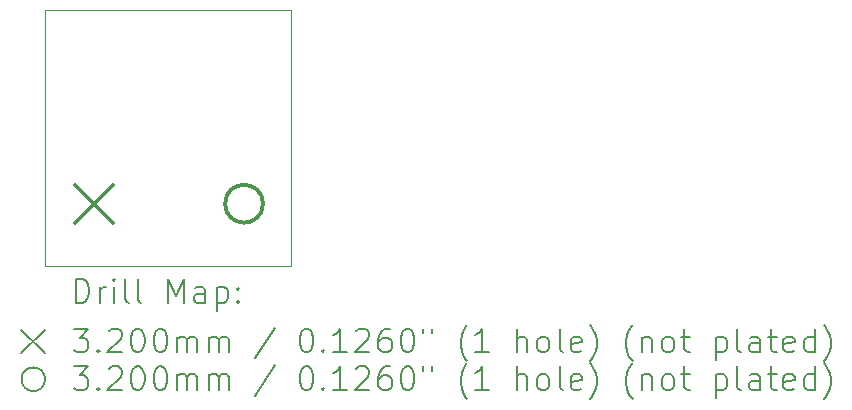
<source format=gbr>
%TF.GenerationSoftware,KiCad,Pcbnew,7.0.5*%
%TF.CreationDate,2023-06-28T23:38:22-05:00*%
%TF.ProjectId,RJ45GoButton,524a3435-476f-4427-9574-746f6e2e6b69,rev?*%
%TF.SameCoordinates,Original*%
%TF.FileFunction,Drillmap*%
%TF.FilePolarity,Positive*%
%FSLAX45Y45*%
G04 Gerber Fmt 4.5, Leading zero omitted, Abs format (unit mm)*
G04 Created by KiCad (PCBNEW 7.0.5) date 2023-06-28 23:38:22*
%MOMM*%
%LPD*%
G01*
G04 APERTURE LIST*
%ADD10C,0.050000*%
%ADD11C,0.200000*%
%ADD12C,0.320000*%
G04 APERTURE END LIST*
D10*
X16119000Y-9253000D02*
X16120000Y-11416000D01*
X14041000Y-11416000D02*
X14041000Y-9253000D01*
X16120000Y-11416000D02*
X14041000Y-11416000D01*
X14041000Y-9253000D02*
X16119000Y-9253000D01*
D11*
D12*
X14292908Y-10732282D02*
X14612908Y-11052282D01*
X14612908Y-10732282D02*
X14292908Y-11052282D01*
X15882908Y-10892282D02*
G75*
G03*
X15882908Y-10892282I-160000J0D01*
G01*
D11*
X14299277Y-11729984D02*
X14299277Y-11529984D01*
X14299277Y-11529984D02*
X14346896Y-11529984D01*
X14346896Y-11529984D02*
X14375467Y-11539508D01*
X14375467Y-11539508D02*
X14394515Y-11558555D01*
X14394515Y-11558555D02*
X14404039Y-11577603D01*
X14404039Y-11577603D02*
X14413562Y-11615698D01*
X14413562Y-11615698D02*
X14413562Y-11644269D01*
X14413562Y-11644269D02*
X14404039Y-11682365D01*
X14404039Y-11682365D02*
X14394515Y-11701412D01*
X14394515Y-11701412D02*
X14375467Y-11720460D01*
X14375467Y-11720460D02*
X14346896Y-11729984D01*
X14346896Y-11729984D02*
X14299277Y-11729984D01*
X14499277Y-11729984D02*
X14499277Y-11596650D01*
X14499277Y-11634746D02*
X14508801Y-11615698D01*
X14508801Y-11615698D02*
X14518324Y-11606174D01*
X14518324Y-11606174D02*
X14537372Y-11596650D01*
X14537372Y-11596650D02*
X14556420Y-11596650D01*
X14623086Y-11729984D02*
X14623086Y-11596650D01*
X14623086Y-11529984D02*
X14613562Y-11539508D01*
X14613562Y-11539508D02*
X14623086Y-11549031D01*
X14623086Y-11549031D02*
X14632610Y-11539508D01*
X14632610Y-11539508D02*
X14623086Y-11529984D01*
X14623086Y-11529984D02*
X14623086Y-11549031D01*
X14746896Y-11729984D02*
X14727848Y-11720460D01*
X14727848Y-11720460D02*
X14718324Y-11701412D01*
X14718324Y-11701412D02*
X14718324Y-11529984D01*
X14851658Y-11729984D02*
X14832610Y-11720460D01*
X14832610Y-11720460D02*
X14823086Y-11701412D01*
X14823086Y-11701412D02*
X14823086Y-11529984D01*
X15080229Y-11729984D02*
X15080229Y-11529984D01*
X15080229Y-11529984D02*
X15146896Y-11672841D01*
X15146896Y-11672841D02*
X15213562Y-11529984D01*
X15213562Y-11529984D02*
X15213562Y-11729984D01*
X15394515Y-11729984D02*
X15394515Y-11625222D01*
X15394515Y-11625222D02*
X15384991Y-11606174D01*
X15384991Y-11606174D02*
X15365943Y-11596650D01*
X15365943Y-11596650D02*
X15327848Y-11596650D01*
X15327848Y-11596650D02*
X15308801Y-11606174D01*
X15394515Y-11720460D02*
X15375467Y-11729984D01*
X15375467Y-11729984D02*
X15327848Y-11729984D01*
X15327848Y-11729984D02*
X15308801Y-11720460D01*
X15308801Y-11720460D02*
X15299277Y-11701412D01*
X15299277Y-11701412D02*
X15299277Y-11682365D01*
X15299277Y-11682365D02*
X15308801Y-11663317D01*
X15308801Y-11663317D02*
X15327848Y-11653793D01*
X15327848Y-11653793D02*
X15375467Y-11653793D01*
X15375467Y-11653793D02*
X15394515Y-11644269D01*
X15489753Y-11596650D02*
X15489753Y-11796650D01*
X15489753Y-11606174D02*
X15508801Y-11596650D01*
X15508801Y-11596650D02*
X15546896Y-11596650D01*
X15546896Y-11596650D02*
X15565943Y-11606174D01*
X15565943Y-11606174D02*
X15575467Y-11615698D01*
X15575467Y-11615698D02*
X15584991Y-11634746D01*
X15584991Y-11634746D02*
X15584991Y-11691888D01*
X15584991Y-11691888D02*
X15575467Y-11710936D01*
X15575467Y-11710936D02*
X15565943Y-11720460D01*
X15565943Y-11720460D02*
X15546896Y-11729984D01*
X15546896Y-11729984D02*
X15508801Y-11729984D01*
X15508801Y-11729984D02*
X15489753Y-11720460D01*
X15670705Y-11710936D02*
X15680229Y-11720460D01*
X15680229Y-11720460D02*
X15670705Y-11729984D01*
X15670705Y-11729984D02*
X15661182Y-11720460D01*
X15661182Y-11720460D02*
X15670705Y-11710936D01*
X15670705Y-11710936D02*
X15670705Y-11729984D01*
X15670705Y-11606174D02*
X15680229Y-11615698D01*
X15680229Y-11615698D02*
X15670705Y-11625222D01*
X15670705Y-11625222D02*
X15661182Y-11615698D01*
X15661182Y-11615698D02*
X15670705Y-11606174D01*
X15670705Y-11606174D02*
X15670705Y-11625222D01*
X13838500Y-11958500D02*
X14038500Y-12158500D01*
X14038500Y-11958500D02*
X13838500Y-12158500D01*
X14280229Y-11949984D02*
X14404039Y-11949984D01*
X14404039Y-11949984D02*
X14337372Y-12026174D01*
X14337372Y-12026174D02*
X14365943Y-12026174D01*
X14365943Y-12026174D02*
X14384991Y-12035698D01*
X14384991Y-12035698D02*
X14394515Y-12045222D01*
X14394515Y-12045222D02*
X14404039Y-12064269D01*
X14404039Y-12064269D02*
X14404039Y-12111888D01*
X14404039Y-12111888D02*
X14394515Y-12130936D01*
X14394515Y-12130936D02*
X14384991Y-12140460D01*
X14384991Y-12140460D02*
X14365943Y-12149984D01*
X14365943Y-12149984D02*
X14308801Y-12149984D01*
X14308801Y-12149984D02*
X14289753Y-12140460D01*
X14289753Y-12140460D02*
X14280229Y-12130936D01*
X14489753Y-12130936D02*
X14499277Y-12140460D01*
X14499277Y-12140460D02*
X14489753Y-12149984D01*
X14489753Y-12149984D02*
X14480229Y-12140460D01*
X14480229Y-12140460D02*
X14489753Y-12130936D01*
X14489753Y-12130936D02*
X14489753Y-12149984D01*
X14575467Y-11969031D02*
X14584991Y-11959508D01*
X14584991Y-11959508D02*
X14604039Y-11949984D01*
X14604039Y-11949984D02*
X14651658Y-11949984D01*
X14651658Y-11949984D02*
X14670705Y-11959508D01*
X14670705Y-11959508D02*
X14680229Y-11969031D01*
X14680229Y-11969031D02*
X14689753Y-11988079D01*
X14689753Y-11988079D02*
X14689753Y-12007127D01*
X14689753Y-12007127D02*
X14680229Y-12035698D01*
X14680229Y-12035698D02*
X14565943Y-12149984D01*
X14565943Y-12149984D02*
X14689753Y-12149984D01*
X14813562Y-11949984D02*
X14832610Y-11949984D01*
X14832610Y-11949984D02*
X14851658Y-11959508D01*
X14851658Y-11959508D02*
X14861182Y-11969031D01*
X14861182Y-11969031D02*
X14870705Y-11988079D01*
X14870705Y-11988079D02*
X14880229Y-12026174D01*
X14880229Y-12026174D02*
X14880229Y-12073793D01*
X14880229Y-12073793D02*
X14870705Y-12111888D01*
X14870705Y-12111888D02*
X14861182Y-12130936D01*
X14861182Y-12130936D02*
X14851658Y-12140460D01*
X14851658Y-12140460D02*
X14832610Y-12149984D01*
X14832610Y-12149984D02*
X14813562Y-12149984D01*
X14813562Y-12149984D02*
X14794515Y-12140460D01*
X14794515Y-12140460D02*
X14784991Y-12130936D01*
X14784991Y-12130936D02*
X14775467Y-12111888D01*
X14775467Y-12111888D02*
X14765943Y-12073793D01*
X14765943Y-12073793D02*
X14765943Y-12026174D01*
X14765943Y-12026174D02*
X14775467Y-11988079D01*
X14775467Y-11988079D02*
X14784991Y-11969031D01*
X14784991Y-11969031D02*
X14794515Y-11959508D01*
X14794515Y-11959508D02*
X14813562Y-11949984D01*
X15004039Y-11949984D02*
X15023086Y-11949984D01*
X15023086Y-11949984D02*
X15042134Y-11959508D01*
X15042134Y-11959508D02*
X15051658Y-11969031D01*
X15051658Y-11969031D02*
X15061182Y-11988079D01*
X15061182Y-11988079D02*
X15070705Y-12026174D01*
X15070705Y-12026174D02*
X15070705Y-12073793D01*
X15070705Y-12073793D02*
X15061182Y-12111888D01*
X15061182Y-12111888D02*
X15051658Y-12130936D01*
X15051658Y-12130936D02*
X15042134Y-12140460D01*
X15042134Y-12140460D02*
X15023086Y-12149984D01*
X15023086Y-12149984D02*
X15004039Y-12149984D01*
X15004039Y-12149984D02*
X14984991Y-12140460D01*
X14984991Y-12140460D02*
X14975467Y-12130936D01*
X14975467Y-12130936D02*
X14965943Y-12111888D01*
X14965943Y-12111888D02*
X14956420Y-12073793D01*
X14956420Y-12073793D02*
X14956420Y-12026174D01*
X14956420Y-12026174D02*
X14965943Y-11988079D01*
X14965943Y-11988079D02*
X14975467Y-11969031D01*
X14975467Y-11969031D02*
X14984991Y-11959508D01*
X14984991Y-11959508D02*
X15004039Y-11949984D01*
X15156420Y-12149984D02*
X15156420Y-12016650D01*
X15156420Y-12035698D02*
X15165943Y-12026174D01*
X15165943Y-12026174D02*
X15184991Y-12016650D01*
X15184991Y-12016650D02*
X15213563Y-12016650D01*
X15213563Y-12016650D02*
X15232610Y-12026174D01*
X15232610Y-12026174D02*
X15242134Y-12045222D01*
X15242134Y-12045222D02*
X15242134Y-12149984D01*
X15242134Y-12045222D02*
X15251658Y-12026174D01*
X15251658Y-12026174D02*
X15270705Y-12016650D01*
X15270705Y-12016650D02*
X15299277Y-12016650D01*
X15299277Y-12016650D02*
X15318324Y-12026174D01*
X15318324Y-12026174D02*
X15327848Y-12045222D01*
X15327848Y-12045222D02*
X15327848Y-12149984D01*
X15423086Y-12149984D02*
X15423086Y-12016650D01*
X15423086Y-12035698D02*
X15432610Y-12026174D01*
X15432610Y-12026174D02*
X15451658Y-12016650D01*
X15451658Y-12016650D02*
X15480229Y-12016650D01*
X15480229Y-12016650D02*
X15499277Y-12026174D01*
X15499277Y-12026174D02*
X15508801Y-12045222D01*
X15508801Y-12045222D02*
X15508801Y-12149984D01*
X15508801Y-12045222D02*
X15518324Y-12026174D01*
X15518324Y-12026174D02*
X15537372Y-12016650D01*
X15537372Y-12016650D02*
X15565943Y-12016650D01*
X15565943Y-12016650D02*
X15584991Y-12026174D01*
X15584991Y-12026174D02*
X15594515Y-12045222D01*
X15594515Y-12045222D02*
X15594515Y-12149984D01*
X15984991Y-11940460D02*
X15813563Y-12197603D01*
X16242134Y-11949984D02*
X16261182Y-11949984D01*
X16261182Y-11949984D02*
X16280229Y-11959508D01*
X16280229Y-11959508D02*
X16289753Y-11969031D01*
X16289753Y-11969031D02*
X16299277Y-11988079D01*
X16299277Y-11988079D02*
X16308801Y-12026174D01*
X16308801Y-12026174D02*
X16308801Y-12073793D01*
X16308801Y-12073793D02*
X16299277Y-12111888D01*
X16299277Y-12111888D02*
X16289753Y-12130936D01*
X16289753Y-12130936D02*
X16280229Y-12140460D01*
X16280229Y-12140460D02*
X16261182Y-12149984D01*
X16261182Y-12149984D02*
X16242134Y-12149984D01*
X16242134Y-12149984D02*
X16223086Y-12140460D01*
X16223086Y-12140460D02*
X16213563Y-12130936D01*
X16213563Y-12130936D02*
X16204039Y-12111888D01*
X16204039Y-12111888D02*
X16194515Y-12073793D01*
X16194515Y-12073793D02*
X16194515Y-12026174D01*
X16194515Y-12026174D02*
X16204039Y-11988079D01*
X16204039Y-11988079D02*
X16213563Y-11969031D01*
X16213563Y-11969031D02*
X16223086Y-11959508D01*
X16223086Y-11959508D02*
X16242134Y-11949984D01*
X16394515Y-12130936D02*
X16404039Y-12140460D01*
X16404039Y-12140460D02*
X16394515Y-12149984D01*
X16394515Y-12149984D02*
X16384991Y-12140460D01*
X16384991Y-12140460D02*
X16394515Y-12130936D01*
X16394515Y-12130936D02*
X16394515Y-12149984D01*
X16594515Y-12149984D02*
X16480229Y-12149984D01*
X16537372Y-12149984D02*
X16537372Y-11949984D01*
X16537372Y-11949984D02*
X16518325Y-11978555D01*
X16518325Y-11978555D02*
X16499277Y-11997603D01*
X16499277Y-11997603D02*
X16480229Y-12007127D01*
X16670706Y-11969031D02*
X16680229Y-11959508D01*
X16680229Y-11959508D02*
X16699277Y-11949984D01*
X16699277Y-11949984D02*
X16746896Y-11949984D01*
X16746896Y-11949984D02*
X16765944Y-11959508D01*
X16765944Y-11959508D02*
X16775467Y-11969031D01*
X16775467Y-11969031D02*
X16784991Y-11988079D01*
X16784991Y-11988079D02*
X16784991Y-12007127D01*
X16784991Y-12007127D02*
X16775467Y-12035698D01*
X16775467Y-12035698D02*
X16661182Y-12149984D01*
X16661182Y-12149984D02*
X16784991Y-12149984D01*
X16956420Y-11949984D02*
X16918325Y-11949984D01*
X16918325Y-11949984D02*
X16899277Y-11959508D01*
X16899277Y-11959508D02*
X16889753Y-11969031D01*
X16889753Y-11969031D02*
X16870706Y-11997603D01*
X16870706Y-11997603D02*
X16861182Y-12035698D01*
X16861182Y-12035698D02*
X16861182Y-12111888D01*
X16861182Y-12111888D02*
X16870706Y-12130936D01*
X16870706Y-12130936D02*
X16880229Y-12140460D01*
X16880229Y-12140460D02*
X16899277Y-12149984D01*
X16899277Y-12149984D02*
X16937372Y-12149984D01*
X16937372Y-12149984D02*
X16956420Y-12140460D01*
X16956420Y-12140460D02*
X16965944Y-12130936D01*
X16965944Y-12130936D02*
X16975468Y-12111888D01*
X16975468Y-12111888D02*
X16975468Y-12064269D01*
X16975468Y-12064269D02*
X16965944Y-12045222D01*
X16965944Y-12045222D02*
X16956420Y-12035698D01*
X16956420Y-12035698D02*
X16937372Y-12026174D01*
X16937372Y-12026174D02*
X16899277Y-12026174D01*
X16899277Y-12026174D02*
X16880229Y-12035698D01*
X16880229Y-12035698D02*
X16870706Y-12045222D01*
X16870706Y-12045222D02*
X16861182Y-12064269D01*
X17099277Y-11949984D02*
X17118325Y-11949984D01*
X17118325Y-11949984D02*
X17137372Y-11959508D01*
X17137372Y-11959508D02*
X17146896Y-11969031D01*
X17146896Y-11969031D02*
X17156420Y-11988079D01*
X17156420Y-11988079D02*
X17165944Y-12026174D01*
X17165944Y-12026174D02*
X17165944Y-12073793D01*
X17165944Y-12073793D02*
X17156420Y-12111888D01*
X17156420Y-12111888D02*
X17146896Y-12130936D01*
X17146896Y-12130936D02*
X17137372Y-12140460D01*
X17137372Y-12140460D02*
X17118325Y-12149984D01*
X17118325Y-12149984D02*
X17099277Y-12149984D01*
X17099277Y-12149984D02*
X17080229Y-12140460D01*
X17080229Y-12140460D02*
X17070706Y-12130936D01*
X17070706Y-12130936D02*
X17061182Y-12111888D01*
X17061182Y-12111888D02*
X17051658Y-12073793D01*
X17051658Y-12073793D02*
X17051658Y-12026174D01*
X17051658Y-12026174D02*
X17061182Y-11988079D01*
X17061182Y-11988079D02*
X17070706Y-11969031D01*
X17070706Y-11969031D02*
X17080229Y-11959508D01*
X17080229Y-11959508D02*
X17099277Y-11949984D01*
X17242134Y-11949984D02*
X17242134Y-11988079D01*
X17318325Y-11949984D02*
X17318325Y-11988079D01*
X17613563Y-12226174D02*
X17604039Y-12216650D01*
X17604039Y-12216650D02*
X17584991Y-12188079D01*
X17584991Y-12188079D02*
X17575468Y-12169031D01*
X17575468Y-12169031D02*
X17565944Y-12140460D01*
X17565944Y-12140460D02*
X17556420Y-12092841D01*
X17556420Y-12092841D02*
X17556420Y-12054746D01*
X17556420Y-12054746D02*
X17565944Y-12007127D01*
X17565944Y-12007127D02*
X17575468Y-11978555D01*
X17575468Y-11978555D02*
X17584991Y-11959508D01*
X17584991Y-11959508D02*
X17604039Y-11930936D01*
X17604039Y-11930936D02*
X17613563Y-11921412D01*
X17794515Y-12149984D02*
X17680230Y-12149984D01*
X17737372Y-12149984D02*
X17737372Y-11949984D01*
X17737372Y-11949984D02*
X17718325Y-11978555D01*
X17718325Y-11978555D02*
X17699277Y-11997603D01*
X17699277Y-11997603D02*
X17680230Y-12007127D01*
X18032611Y-12149984D02*
X18032611Y-11949984D01*
X18118325Y-12149984D02*
X18118325Y-12045222D01*
X18118325Y-12045222D02*
X18108801Y-12026174D01*
X18108801Y-12026174D02*
X18089753Y-12016650D01*
X18089753Y-12016650D02*
X18061182Y-12016650D01*
X18061182Y-12016650D02*
X18042134Y-12026174D01*
X18042134Y-12026174D02*
X18032611Y-12035698D01*
X18242134Y-12149984D02*
X18223087Y-12140460D01*
X18223087Y-12140460D02*
X18213563Y-12130936D01*
X18213563Y-12130936D02*
X18204039Y-12111888D01*
X18204039Y-12111888D02*
X18204039Y-12054746D01*
X18204039Y-12054746D02*
X18213563Y-12035698D01*
X18213563Y-12035698D02*
X18223087Y-12026174D01*
X18223087Y-12026174D02*
X18242134Y-12016650D01*
X18242134Y-12016650D02*
X18270706Y-12016650D01*
X18270706Y-12016650D02*
X18289753Y-12026174D01*
X18289753Y-12026174D02*
X18299277Y-12035698D01*
X18299277Y-12035698D02*
X18308801Y-12054746D01*
X18308801Y-12054746D02*
X18308801Y-12111888D01*
X18308801Y-12111888D02*
X18299277Y-12130936D01*
X18299277Y-12130936D02*
X18289753Y-12140460D01*
X18289753Y-12140460D02*
X18270706Y-12149984D01*
X18270706Y-12149984D02*
X18242134Y-12149984D01*
X18423087Y-12149984D02*
X18404039Y-12140460D01*
X18404039Y-12140460D02*
X18394515Y-12121412D01*
X18394515Y-12121412D02*
X18394515Y-11949984D01*
X18575468Y-12140460D02*
X18556420Y-12149984D01*
X18556420Y-12149984D02*
X18518325Y-12149984D01*
X18518325Y-12149984D02*
X18499277Y-12140460D01*
X18499277Y-12140460D02*
X18489753Y-12121412D01*
X18489753Y-12121412D02*
X18489753Y-12045222D01*
X18489753Y-12045222D02*
X18499277Y-12026174D01*
X18499277Y-12026174D02*
X18518325Y-12016650D01*
X18518325Y-12016650D02*
X18556420Y-12016650D01*
X18556420Y-12016650D02*
X18575468Y-12026174D01*
X18575468Y-12026174D02*
X18584992Y-12045222D01*
X18584992Y-12045222D02*
X18584992Y-12064269D01*
X18584992Y-12064269D02*
X18489753Y-12083317D01*
X18651658Y-12226174D02*
X18661182Y-12216650D01*
X18661182Y-12216650D02*
X18680230Y-12188079D01*
X18680230Y-12188079D02*
X18689753Y-12169031D01*
X18689753Y-12169031D02*
X18699277Y-12140460D01*
X18699277Y-12140460D02*
X18708801Y-12092841D01*
X18708801Y-12092841D02*
X18708801Y-12054746D01*
X18708801Y-12054746D02*
X18699277Y-12007127D01*
X18699277Y-12007127D02*
X18689753Y-11978555D01*
X18689753Y-11978555D02*
X18680230Y-11959508D01*
X18680230Y-11959508D02*
X18661182Y-11930936D01*
X18661182Y-11930936D02*
X18651658Y-11921412D01*
X19013563Y-12226174D02*
X19004039Y-12216650D01*
X19004039Y-12216650D02*
X18984992Y-12188079D01*
X18984992Y-12188079D02*
X18975468Y-12169031D01*
X18975468Y-12169031D02*
X18965944Y-12140460D01*
X18965944Y-12140460D02*
X18956420Y-12092841D01*
X18956420Y-12092841D02*
X18956420Y-12054746D01*
X18956420Y-12054746D02*
X18965944Y-12007127D01*
X18965944Y-12007127D02*
X18975468Y-11978555D01*
X18975468Y-11978555D02*
X18984992Y-11959508D01*
X18984992Y-11959508D02*
X19004039Y-11930936D01*
X19004039Y-11930936D02*
X19013563Y-11921412D01*
X19089753Y-12016650D02*
X19089753Y-12149984D01*
X19089753Y-12035698D02*
X19099277Y-12026174D01*
X19099277Y-12026174D02*
X19118325Y-12016650D01*
X19118325Y-12016650D02*
X19146896Y-12016650D01*
X19146896Y-12016650D02*
X19165944Y-12026174D01*
X19165944Y-12026174D02*
X19175468Y-12045222D01*
X19175468Y-12045222D02*
X19175468Y-12149984D01*
X19299277Y-12149984D02*
X19280230Y-12140460D01*
X19280230Y-12140460D02*
X19270706Y-12130936D01*
X19270706Y-12130936D02*
X19261182Y-12111888D01*
X19261182Y-12111888D02*
X19261182Y-12054746D01*
X19261182Y-12054746D02*
X19270706Y-12035698D01*
X19270706Y-12035698D02*
X19280230Y-12026174D01*
X19280230Y-12026174D02*
X19299277Y-12016650D01*
X19299277Y-12016650D02*
X19327849Y-12016650D01*
X19327849Y-12016650D02*
X19346896Y-12026174D01*
X19346896Y-12026174D02*
X19356420Y-12035698D01*
X19356420Y-12035698D02*
X19365944Y-12054746D01*
X19365944Y-12054746D02*
X19365944Y-12111888D01*
X19365944Y-12111888D02*
X19356420Y-12130936D01*
X19356420Y-12130936D02*
X19346896Y-12140460D01*
X19346896Y-12140460D02*
X19327849Y-12149984D01*
X19327849Y-12149984D02*
X19299277Y-12149984D01*
X19423087Y-12016650D02*
X19499277Y-12016650D01*
X19451658Y-11949984D02*
X19451658Y-12121412D01*
X19451658Y-12121412D02*
X19461182Y-12140460D01*
X19461182Y-12140460D02*
X19480230Y-12149984D01*
X19480230Y-12149984D02*
X19499277Y-12149984D01*
X19718325Y-12016650D02*
X19718325Y-12216650D01*
X19718325Y-12026174D02*
X19737373Y-12016650D01*
X19737373Y-12016650D02*
X19775468Y-12016650D01*
X19775468Y-12016650D02*
X19794515Y-12026174D01*
X19794515Y-12026174D02*
X19804039Y-12035698D01*
X19804039Y-12035698D02*
X19813563Y-12054746D01*
X19813563Y-12054746D02*
X19813563Y-12111888D01*
X19813563Y-12111888D02*
X19804039Y-12130936D01*
X19804039Y-12130936D02*
X19794515Y-12140460D01*
X19794515Y-12140460D02*
X19775468Y-12149984D01*
X19775468Y-12149984D02*
X19737373Y-12149984D01*
X19737373Y-12149984D02*
X19718325Y-12140460D01*
X19927849Y-12149984D02*
X19908801Y-12140460D01*
X19908801Y-12140460D02*
X19899277Y-12121412D01*
X19899277Y-12121412D02*
X19899277Y-11949984D01*
X20089754Y-12149984D02*
X20089754Y-12045222D01*
X20089754Y-12045222D02*
X20080230Y-12026174D01*
X20080230Y-12026174D02*
X20061182Y-12016650D01*
X20061182Y-12016650D02*
X20023087Y-12016650D01*
X20023087Y-12016650D02*
X20004039Y-12026174D01*
X20089754Y-12140460D02*
X20070706Y-12149984D01*
X20070706Y-12149984D02*
X20023087Y-12149984D01*
X20023087Y-12149984D02*
X20004039Y-12140460D01*
X20004039Y-12140460D02*
X19994515Y-12121412D01*
X19994515Y-12121412D02*
X19994515Y-12102365D01*
X19994515Y-12102365D02*
X20004039Y-12083317D01*
X20004039Y-12083317D02*
X20023087Y-12073793D01*
X20023087Y-12073793D02*
X20070706Y-12073793D01*
X20070706Y-12073793D02*
X20089754Y-12064269D01*
X20156420Y-12016650D02*
X20232611Y-12016650D01*
X20184992Y-11949984D02*
X20184992Y-12121412D01*
X20184992Y-12121412D02*
X20194515Y-12140460D01*
X20194515Y-12140460D02*
X20213563Y-12149984D01*
X20213563Y-12149984D02*
X20232611Y-12149984D01*
X20375468Y-12140460D02*
X20356420Y-12149984D01*
X20356420Y-12149984D02*
X20318325Y-12149984D01*
X20318325Y-12149984D02*
X20299277Y-12140460D01*
X20299277Y-12140460D02*
X20289754Y-12121412D01*
X20289754Y-12121412D02*
X20289754Y-12045222D01*
X20289754Y-12045222D02*
X20299277Y-12026174D01*
X20299277Y-12026174D02*
X20318325Y-12016650D01*
X20318325Y-12016650D02*
X20356420Y-12016650D01*
X20356420Y-12016650D02*
X20375468Y-12026174D01*
X20375468Y-12026174D02*
X20384992Y-12045222D01*
X20384992Y-12045222D02*
X20384992Y-12064269D01*
X20384992Y-12064269D02*
X20289754Y-12083317D01*
X20556420Y-12149984D02*
X20556420Y-11949984D01*
X20556420Y-12140460D02*
X20537373Y-12149984D01*
X20537373Y-12149984D02*
X20499277Y-12149984D01*
X20499277Y-12149984D02*
X20480230Y-12140460D01*
X20480230Y-12140460D02*
X20470706Y-12130936D01*
X20470706Y-12130936D02*
X20461182Y-12111888D01*
X20461182Y-12111888D02*
X20461182Y-12054746D01*
X20461182Y-12054746D02*
X20470706Y-12035698D01*
X20470706Y-12035698D02*
X20480230Y-12026174D01*
X20480230Y-12026174D02*
X20499277Y-12016650D01*
X20499277Y-12016650D02*
X20537373Y-12016650D01*
X20537373Y-12016650D02*
X20556420Y-12026174D01*
X20632611Y-12226174D02*
X20642135Y-12216650D01*
X20642135Y-12216650D02*
X20661182Y-12188079D01*
X20661182Y-12188079D02*
X20670706Y-12169031D01*
X20670706Y-12169031D02*
X20680230Y-12140460D01*
X20680230Y-12140460D02*
X20689754Y-12092841D01*
X20689754Y-12092841D02*
X20689754Y-12054746D01*
X20689754Y-12054746D02*
X20680230Y-12007127D01*
X20680230Y-12007127D02*
X20670706Y-11978555D01*
X20670706Y-11978555D02*
X20661182Y-11959508D01*
X20661182Y-11959508D02*
X20642135Y-11930936D01*
X20642135Y-11930936D02*
X20632611Y-11921412D01*
X14038500Y-12378500D02*
G75*
G03*
X14038500Y-12378500I-100000J0D01*
G01*
X14280229Y-12269984D02*
X14404039Y-12269984D01*
X14404039Y-12269984D02*
X14337372Y-12346174D01*
X14337372Y-12346174D02*
X14365943Y-12346174D01*
X14365943Y-12346174D02*
X14384991Y-12355698D01*
X14384991Y-12355698D02*
X14394515Y-12365222D01*
X14394515Y-12365222D02*
X14404039Y-12384269D01*
X14404039Y-12384269D02*
X14404039Y-12431888D01*
X14404039Y-12431888D02*
X14394515Y-12450936D01*
X14394515Y-12450936D02*
X14384991Y-12460460D01*
X14384991Y-12460460D02*
X14365943Y-12469984D01*
X14365943Y-12469984D02*
X14308801Y-12469984D01*
X14308801Y-12469984D02*
X14289753Y-12460460D01*
X14289753Y-12460460D02*
X14280229Y-12450936D01*
X14489753Y-12450936D02*
X14499277Y-12460460D01*
X14499277Y-12460460D02*
X14489753Y-12469984D01*
X14489753Y-12469984D02*
X14480229Y-12460460D01*
X14480229Y-12460460D02*
X14489753Y-12450936D01*
X14489753Y-12450936D02*
X14489753Y-12469984D01*
X14575467Y-12289031D02*
X14584991Y-12279508D01*
X14584991Y-12279508D02*
X14604039Y-12269984D01*
X14604039Y-12269984D02*
X14651658Y-12269984D01*
X14651658Y-12269984D02*
X14670705Y-12279508D01*
X14670705Y-12279508D02*
X14680229Y-12289031D01*
X14680229Y-12289031D02*
X14689753Y-12308079D01*
X14689753Y-12308079D02*
X14689753Y-12327127D01*
X14689753Y-12327127D02*
X14680229Y-12355698D01*
X14680229Y-12355698D02*
X14565943Y-12469984D01*
X14565943Y-12469984D02*
X14689753Y-12469984D01*
X14813562Y-12269984D02*
X14832610Y-12269984D01*
X14832610Y-12269984D02*
X14851658Y-12279508D01*
X14851658Y-12279508D02*
X14861182Y-12289031D01*
X14861182Y-12289031D02*
X14870705Y-12308079D01*
X14870705Y-12308079D02*
X14880229Y-12346174D01*
X14880229Y-12346174D02*
X14880229Y-12393793D01*
X14880229Y-12393793D02*
X14870705Y-12431888D01*
X14870705Y-12431888D02*
X14861182Y-12450936D01*
X14861182Y-12450936D02*
X14851658Y-12460460D01*
X14851658Y-12460460D02*
X14832610Y-12469984D01*
X14832610Y-12469984D02*
X14813562Y-12469984D01*
X14813562Y-12469984D02*
X14794515Y-12460460D01*
X14794515Y-12460460D02*
X14784991Y-12450936D01*
X14784991Y-12450936D02*
X14775467Y-12431888D01*
X14775467Y-12431888D02*
X14765943Y-12393793D01*
X14765943Y-12393793D02*
X14765943Y-12346174D01*
X14765943Y-12346174D02*
X14775467Y-12308079D01*
X14775467Y-12308079D02*
X14784991Y-12289031D01*
X14784991Y-12289031D02*
X14794515Y-12279508D01*
X14794515Y-12279508D02*
X14813562Y-12269984D01*
X15004039Y-12269984D02*
X15023086Y-12269984D01*
X15023086Y-12269984D02*
X15042134Y-12279508D01*
X15042134Y-12279508D02*
X15051658Y-12289031D01*
X15051658Y-12289031D02*
X15061182Y-12308079D01*
X15061182Y-12308079D02*
X15070705Y-12346174D01*
X15070705Y-12346174D02*
X15070705Y-12393793D01*
X15070705Y-12393793D02*
X15061182Y-12431888D01*
X15061182Y-12431888D02*
X15051658Y-12450936D01*
X15051658Y-12450936D02*
X15042134Y-12460460D01*
X15042134Y-12460460D02*
X15023086Y-12469984D01*
X15023086Y-12469984D02*
X15004039Y-12469984D01*
X15004039Y-12469984D02*
X14984991Y-12460460D01*
X14984991Y-12460460D02*
X14975467Y-12450936D01*
X14975467Y-12450936D02*
X14965943Y-12431888D01*
X14965943Y-12431888D02*
X14956420Y-12393793D01*
X14956420Y-12393793D02*
X14956420Y-12346174D01*
X14956420Y-12346174D02*
X14965943Y-12308079D01*
X14965943Y-12308079D02*
X14975467Y-12289031D01*
X14975467Y-12289031D02*
X14984991Y-12279508D01*
X14984991Y-12279508D02*
X15004039Y-12269984D01*
X15156420Y-12469984D02*
X15156420Y-12336650D01*
X15156420Y-12355698D02*
X15165943Y-12346174D01*
X15165943Y-12346174D02*
X15184991Y-12336650D01*
X15184991Y-12336650D02*
X15213563Y-12336650D01*
X15213563Y-12336650D02*
X15232610Y-12346174D01*
X15232610Y-12346174D02*
X15242134Y-12365222D01*
X15242134Y-12365222D02*
X15242134Y-12469984D01*
X15242134Y-12365222D02*
X15251658Y-12346174D01*
X15251658Y-12346174D02*
X15270705Y-12336650D01*
X15270705Y-12336650D02*
X15299277Y-12336650D01*
X15299277Y-12336650D02*
X15318324Y-12346174D01*
X15318324Y-12346174D02*
X15327848Y-12365222D01*
X15327848Y-12365222D02*
X15327848Y-12469984D01*
X15423086Y-12469984D02*
X15423086Y-12336650D01*
X15423086Y-12355698D02*
X15432610Y-12346174D01*
X15432610Y-12346174D02*
X15451658Y-12336650D01*
X15451658Y-12336650D02*
X15480229Y-12336650D01*
X15480229Y-12336650D02*
X15499277Y-12346174D01*
X15499277Y-12346174D02*
X15508801Y-12365222D01*
X15508801Y-12365222D02*
X15508801Y-12469984D01*
X15508801Y-12365222D02*
X15518324Y-12346174D01*
X15518324Y-12346174D02*
X15537372Y-12336650D01*
X15537372Y-12336650D02*
X15565943Y-12336650D01*
X15565943Y-12336650D02*
X15584991Y-12346174D01*
X15584991Y-12346174D02*
X15594515Y-12365222D01*
X15594515Y-12365222D02*
X15594515Y-12469984D01*
X15984991Y-12260460D02*
X15813563Y-12517603D01*
X16242134Y-12269984D02*
X16261182Y-12269984D01*
X16261182Y-12269984D02*
X16280229Y-12279508D01*
X16280229Y-12279508D02*
X16289753Y-12289031D01*
X16289753Y-12289031D02*
X16299277Y-12308079D01*
X16299277Y-12308079D02*
X16308801Y-12346174D01*
X16308801Y-12346174D02*
X16308801Y-12393793D01*
X16308801Y-12393793D02*
X16299277Y-12431888D01*
X16299277Y-12431888D02*
X16289753Y-12450936D01*
X16289753Y-12450936D02*
X16280229Y-12460460D01*
X16280229Y-12460460D02*
X16261182Y-12469984D01*
X16261182Y-12469984D02*
X16242134Y-12469984D01*
X16242134Y-12469984D02*
X16223086Y-12460460D01*
X16223086Y-12460460D02*
X16213563Y-12450936D01*
X16213563Y-12450936D02*
X16204039Y-12431888D01*
X16204039Y-12431888D02*
X16194515Y-12393793D01*
X16194515Y-12393793D02*
X16194515Y-12346174D01*
X16194515Y-12346174D02*
X16204039Y-12308079D01*
X16204039Y-12308079D02*
X16213563Y-12289031D01*
X16213563Y-12289031D02*
X16223086Y-12279508D01*
X16223086Y-12279508D02*
X16242134Y-12269984D01*
X16394515Y-12450936D02*
X16404039Y-12460460D01*
X16404039Y-12460460D02*
X16394515Y-12469984D01*
X16394515Y-12469984D02*
X16384991Y-12460460D01*
X16384991Y-12460460D02*
X16394515Y-12450936D01*
X16394515Y-12450936D02*
X16394515Y-12469984D01*
X16594515Y-12469984D02*
X16480229Y-12469984D01*
X16537372Y-12469984D02*
X16537372Y-12269984D01*
X16537372Y-12269984D02*
X16518325Y-12298555D01*
X16518325Y-12298555D02*
X16499277Y-12317603D01*
X16499277Y-12317603D02*
X16480229Y-12327127D01*
X16670706Y-12289031D02*
X16680229Y-12279508D01*
X16680229Y-12279508D02*
X16699277Y-12269984D01*
X16699277Y-12269984D02*
X16746896Y-12269984D01*
X16746896Y-12269984D02*
X16765944Y-12279508D01*
X16765944Y-12279508D02*
X16775467Y-12289031D01*
X16775467Y-12289031D02*
X16784991Y-12308079D01*
X16784991Y-12308079D02*
X16784991Y-12327127D01*
X16784991Y-12327127D02*
X16775467Y-12355698D01*
X16775467Y-12355698D02*
X16661182Y-12469984D01*
X16661182Y-12469984D02*
X16784991Y-12469984D01*
X16956420Y-12269984D02*
X16918325Y-12269984D01*
X16918325Y-12269984D02*
X16899277Y-12279508D01*
X16899277Y-12279508D02*
X16889753Y-12289031D01*
X16889753Y-12289031D02*
X16870706Y-12317603D01*
X16870706Y-12317603D02*
X16861182Y-12355698D01*
X16861182Y-12355698D02*
X16861182Y-12431888D01*
X16861182Y-12431888D02*
X16870706Y-12450936D01*
X16870706Y-12450936D02*
X16880229Y-12460460D01*
X16880229Y-12460460D02*
X16899277Y-12469984D01*
X16899277Y-12469984D02*
X16937372Y-12469984D01*
X16937372Y-12469984D02*
X16956420Y-12460460D01*
X16956420Y-12460460D02*
X16965944Y-12450936D01*
X16965944Y-12450936D02*
X16975468Y-12431888D01*
X16975468Y-12431888D02*
X16975468Y-12384269D01*
X16975468Y-12384269D02*
X16965944Y-12365222D01*
X16965944Y-12365222D02*
X16956420Y-12355698D01*
X16956420Y-12355698D02*
X16937372Y-12346174D01*
X16937372Y-12346174D02*
X16899277Y-12346174D01*
X16899277Y-12346174D02*
X16880229Y-12355698D01*
X16880229Y-12355698D02*
X16870706Y-12365222D01*
X16870706Y-12365222D02*
X16861182Y-12384269D01*
X17099277Y-12269984D02*
X17118325Y-12269984D01*
X17118325Y-12269984D02*
X17137372Y-12279508D01*
X17137372Y-12279508D02*
X17146896Y-12289031D01*
X17146896Y-12289031D02*
X17156420Y-12308079D01*
X17156420Y-12308079D02*
X17165944Y-12346174D01*
X17165944Y-12346174D02*
X17165944Y-12393793D01*
X17165944Y-12393793D02*
X17156420Y-12431888D01*
X17156420Y-12431888D02*
X17146896Y-12450936D01*
X17146896Y-12450936D02*
X17137372Y-12460460D01*
X17137372Y-12460460D02*
X17118325Y-12469984D01*
X17118325Y-12469984D02*
X17099277Y-12469984D01*
X17099277Y-12469984D02*
X17080229Y-12460460D01*
X17080229Y-12460460D02*
X17070706Y-12450936D01*
X17070706Y-12450936D02*
X17061182Y-12431888D01*
X17061182Y-12431888D02*
X17051658Y-12393793D01*
X17051658Y-12393793D02*
X17051658Y-12346174D01*
X17051658Y-12346174D02*
X17061182Y-12308079D01*
X17061182Y-12308079D02*
X17070706Y-12289031D01*
X17070706Y-12289031D02*
X17080229Y-12279508D01*
X17080229Y-12279508D02*
X17099277Y-12269984D01*
X17242134Y-12269984D02*
X17242134Y-12308079D01*
X17318325Y-12269984D02*
X17318325Y-12308079D01*
X17613563Y-12546174D02*
X17604039Y-12536650D01*
X17604039Y-12536650D02*
X17584991Y-12508079D01*
X17584991Y-12508079D02*
X17575468Y-12489031D01*
X17575468Y-12489031D02*
X17565944Y-12460460D01*
X17565944Y-12460460D02*
X17556420Y-12412841D01*
X17556420Y-12412841D02*
X17556420Y-12374746D01*
X17556420Y-12374746D02*
X17565944Y-12327127D01*
X17565944Y-12327127D02*
X17575468Y-12298555D01*
X17575468Y-12298555D02*
X17584991Y-12279508D01*
X17584991Y-12279508D02*
X17604039Y-12250936D01*
X17604039Y-12250936D02*
X17613563Y-12241412D01*
X17794515Y-12469984D02*
X17680230Y-12469984D01*
X17737372Y-12469984D02*
X17737372Y-12269984D01*
X17737372Y-12269984D02*
X17718325Y-12298555D01*
X17718325Y-12298555D02*
X17699277Y-12317603D01*
X17699277Y-12317603D02*
X17680230Y-12327127D01*
X18032611Y-12469984D02*
X18032611Y-12269984D01*
X18118325Y-12469984D02*
X18118325Y-12365222D01*
X18118325Y-12365222D02*
X18108801Y-12346174D01*
X18108801Y-12346174D02*
X18089753Y-12336650D01*
X18089753Y-12336650D02*
X18061182Y-12336650D01*
X18061182Y-12336650D02*
X18042134Y-12346174D01*
X18042134Y-12346174D02*
X18032611Y-12355698D01*
X18242134Y-12469984D02*
X18223087Y-12460460D01*
X18223087Y-12460460D02*
X18213563Y-12450936D01*
X18213563Y-12450936D02*
X18204039Y-12431888D01*
X18204039Y-12431888D02*
X18204039Y-12374746D01*
X18204039Y-12374746D02*
X18213563Y-12355698D01*
X18213563Y-12355698D02*
X18223087Y-12346174D01*
X18223087Y-12346174D02*
X18242134Y-12336650D01*
X18242134Y-12336650D02*
X18270706Y-12336650D01*
X18270706Y-12336650D02*
X18289753Y-12346174D01*
X18289753Y-12346174D02*
X18299277Y-12355698D01*
X18299277Y-12355698D02*
X18308801Y-12374746D01*
X18308801Y-12374746D02*
X18308801Y-12431888D01*
X18308801Y-12431888D02*
X18299277Y-12450936D01*
X18299277Y-12450936D02*
X18289753Y-12460460D01*
X18289753Y-12460460D02*
X18270706Y-12469984D01*
X18270706Y-12469984D02*
X18242134Y-12469984D01*
X18423087Y-12469984D02*
X18404039Y-12460460D01*
X18404039Y-12460460D02*
X18394515Y-12441412D01*
X18394515Y-12441412D02*
X18394515Y-12269984D01*
X18575468Y-12460460D02*
X18556420Y-12469984D01*
X18556420Y-12469984D02*
X18518325Y-12469984D01*
X18518325Y-12469984D02*
X18499277Y-12460460D01*
X18499277Y-12460460D02*
X18489753Y-12441412D01*
X18489753Y-12441412D02*
X18489753Y-12365222D01*
X18489753Y-12365222D02*
X18499277Y-12346174D01*
X18499277Y-12346174D02*
X18518325Y-12336650D01*
X18518325Y-12336650D02*
X18556420Y-12336650D01*
X18556420Y-12336650D02*
X18575468Y-12346174D01*
X18575468Y-12346174D02*
X18584992Y-12365222D01*
X18584992Y-12365222D02*
X18584992Y-12384269D01*
X18584992Y-12384269D02*
X18489753Y-12403317D01*
X18651658Y-12546174D02*
X18661182Y-12536650D01*
X18661182Y-12536650D02*
X18680230Y-12508079D01*
X18680230Y-12508079D02*
X18689753Y-12489031D01*
X18689753Y-12489031D02*
X18699277Y-12460460D01*
X18699277Y-12460460D02*
X18708801Y-12412841D01*
X18708801Y-12412841D02*
X18708801Y-12374746D01*
X18708801Y-12374746D02*
X18699277Y-12327127D01*
X18699277Y-12327127D02*
X18689753Y-12298555D01*
X18689753Y-12298555D02*
X18680230Y-12279508D01*
X18680230Y-12279508D02*
X18661182Y-12250936D01*
X18661182Y-12250936D02*
X18651658Y-12241412D01*
X19013563Y-12546174D02*
X19004039Y-12536650D01*
X19004039Y-12536650D02*
X18984992Y-12508079D01*
X18984992Y-12508079D02*
X18975468Y-12489031D01*
X18975468Y-12489031D02*
X18965944Y-12460460D01*
X18965944Y-12460460D02*
X18956420Y-12412841D01*
X18956420Y-12412841D02*
X18956420Y-12374746D01*
X18956420Y-12374746D02*
X18965944Y-12327127D01*
X18965944Y-12327127D02*
X18975468Y-12298555D01*
X18975468Y-12298555D02*
X18984992Y-12279508D01*
X18984992Y-12279508D02*
X19004039Y-12250936D01*
X19004039Y-12250936D02*
X19013563Y-12241412D01*
X19089753Y-12336650D02*
X19089753Y-12469984D01*
X19089753Y-12355698D02*
X19099277Y-12346174D01*
X19099277Y-12346174D02*
X19118325Y-12336650D01*
X19118325Y-12336650D02*
X19146896Y-12336650D01*
X19146896Y-12336650D02*
X19165944Y-12346174D01*
X19165944Y-12346174D02*
X19175468Y-12365222D01*
X19175468Y-12365222D02*
X19175468Y-12469984D01*
X19299277Y-12469984D02*
X19280230Y-12460460D01*
X19280230Y-12460460D02*
X19270706Y-12450936D01*
X19270706Y-12450936D02*
X19261182Y-12431888D01*
X19261182Y-12431888D02*
X19261182Y-12374746D01*
X19261182Y-12374746D02*
X19270706Y-12355698D01*
X19270706Y-12355698D02*
X19280230Y-12346174D01*
X19280230Y-12346174D02*
X19299277Y-12336650D01*
X19299277Y-12336650D02*
X19327849Y-12336650D01*
X19327849Y-12336650D02*
X19346896Y-12346174D01*
X19346896Y-12346174D02*
X19356420Y-12355698D01*
X19356420Y-12355698D02*
X19365944Y-12374746D01*
X19365944Y-12374746D02*
X19365944Y-12431888D01*
X19365944Y-12431888D02*
X19356420Y-12450936D01*
X19356420Y-12450936D02*
X19346896Y-12460460D01*
X19346896Y-12460460D02*
X19327849Y-12469984D01*
X19327849Y-12469984D02*
X19299277Y-12469984D01*
X19423087Y-12336650D02*
X19499277Y-12336650D01*
X19451658Y-12269984D02*
X19451658Y-12441412D01*
X19451658Y-12441412D02*
X19461182Y-12460460D01*
X19461182Y-12460460D02*
X19480230Y-12469984D01*
X19480230Y-12469984D02*
X19499277Y-12469984D01*
X19718325Y-12336650D02*
X19718325Y-12536650D01*
X19718325Y-12346174D02*
X19737373Y-12336650D01*
X19737373Y-12336650D02*
X19775468Y-12336650D01*
X19775468Y-12336650D02*
X19794515Y-12346174D01*
X19794515Y-12346174D02*
X19804039Y-12355698D01*
X19804039Y-12355698D02*
X19813563Y-12374746D01*
X19813563Y-12374746D02*
X19813563Y-12431888D01*
X19813563Y-12431888D02*
X19804039Y-12450936D01*
X19804039Y-12450936D02*
X19794515Y-12460460D01*
X19794515Y-12460460D02*
X19775468Y-12469984D01*
X19775468Y-12469984D02*
X19737373Y-12469984D01*
X19737373Y-12469984D02*
X19718325Y-12460460D01*
X19927849Y-12469984D02*
X19908801Y-12460460D01*
X19908801Y-12460460D02*
X19899277Y-12441412D01*
X19899277Y-12441412D02*
X19899277Y-12269984D01*
X20089754Y-12469984D02*
X20089754Y-12365222D01*
X20089754Y-12365222D02*
X20080230Y-12346174D01*
X20080230Y-12346174D02*
X20061182Y-12336650D01*
X20061182Y-12336650D02*
X20023087Y-12336650D01*
X20023087Y-12336650D02*
X20004039Y-12346174D01*
X20089754Y-12460460D02*
X20070706Y-12469984D01*
X20070706Y-12469984D02*
X20023087Y-12469984D01*
X20023087Y-12469984D02*
X20004039Y-12460460D01*
X20004039Y-12460460D02*
X19994515Y-12441412D01*
X19994515Y-12441412D02*
X19994515Y-12422365D01*
X19994515Y-12422365D02*
X20004039Y-12403317D01*
X20004039Y-12403317D02*
X20023087Y-12393793D01*
X20023087Y-12393793D02*
X20070706Y-12393793D01*
X20070706Y-12393793D02*
X20089754Y-12384269D01*
X20156420Y-12336650D02*
X20232611Y-12336650D01*
X20184992Y-12269984D02*
X20184992Y-12441412D01*
X20184992Y-12441412D02*
X20194515Y-12460460D01*
X20194515Y-12460460D02*
X20213563Y-12469984D01*
X20213563Y-12469984D02*
X20232611Y-12469984D01*
X20375468Y-12460460D02*
X20356420Y-12469984D01*
X20356420Y-12469984D02*
X20318325Y-12469984D01*
X20318325Y-12469984D02*
X20299277Y-12460460D01*
X20299277Y-12460460D02*
X20289754Y-12441412D01*
X20289754Y-12441412D02*
X20289754Y-12365222D01*
X20289754Y-12365222D02*
X20299277Y-12346174D01*
X20299277Y-12346174D02*
X20318325Y-12336650D01*
X20318325Y-12336650D02*
X20356420Y-12336650D01*
X20356420Y-12336650D02*
X20375468Y-12346174D01*
X20375468Y-12346174D02*
X20384992Y-12365222D01*
X20384992Y-12365222D02*
X20384992Y-12384269D01*
X20384992Y-12384269D02*
X20289754Y-12403317D01*
X20556420Y-12469984D02*
X20556420Y-12269984D01*
X20556420Y-12460460D02*
X20537373Y-12469984D01*
X20537373Y-12469984D02*
X20499277Y-12469984D01*
X20499277Y-12469984D02*
X20480230Y-12460460D01*
X20480230Y-12460460D02*
X20470706Y-12450936D01*
X20470706Y-12450936D02*
X20461182Y-12431888D01*
X20461182Y-12431888D02*
X20461182Y-12374746D01*
X20461182Y-12374746D02*
X20470706Y-12355698D01*
X20470706Y-12355698D02*
X20480230Y-12346174D01*
X20480230Y-12346174D02*
X20499277Y-12336650D01*
X20499277Y-12336650D02*
X20537373Y-12336650D01*
X20537373Y-12336650D02*
X20556420Y-12346174D01*
X20632611Y-12546174D02*
X20642135Y-12536650D01*
X20642135Y-12536650D02*
X20661182Y-12508079D01*
X20661182Y-12508079D02*
X20670706Y-12489031D01*
X20670706Y-12489031D02*
X20680230Y-12460460D01*
X20680230Y-12460460D02*
X20689754Y-12412841D01*
X20689754Y-12412841D02*
X20689754Y-12374746D01*
X20689754Y-12374746D02*
X20680230Y-12327127D01*
X20680230Y-12327127D02*
X20670706Y-12298555D01*
X20670706Y-12298555D02*
X20661182Y-12279508D01*
X20661182Y-12279508D02*
X20642135Y-12250936D01*
X20642135Y-12250936D02*
X20632611Y-12241412D01*
M02*

</source>
